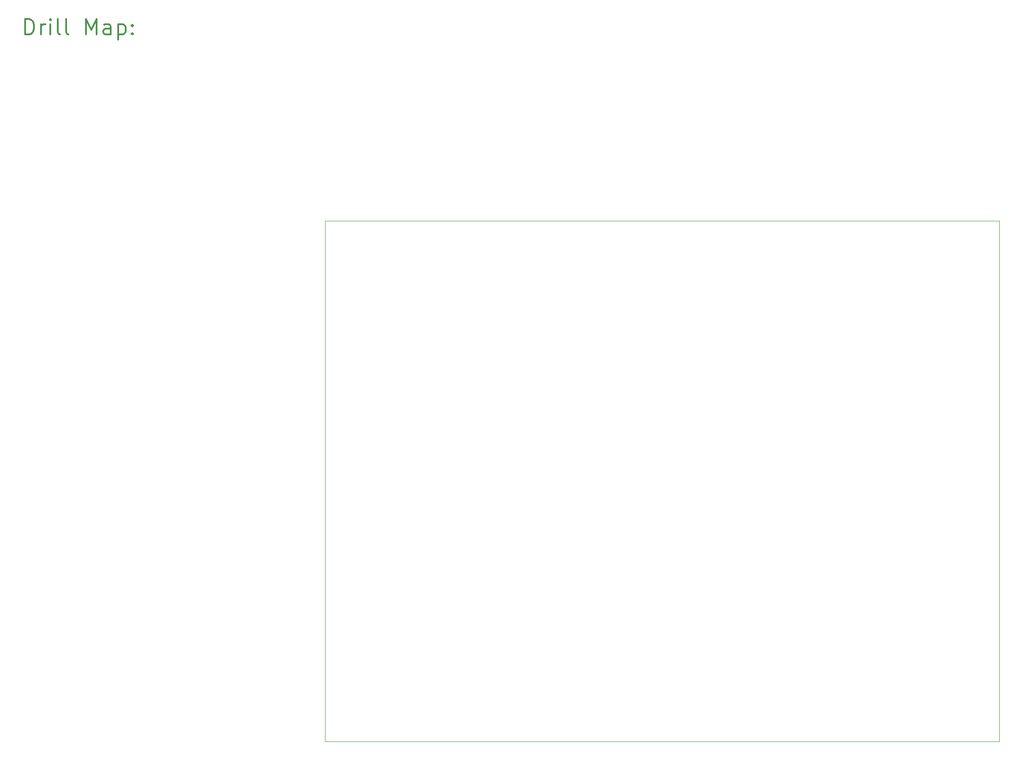
<source format=gbr>
%FSLAX45Y45*%
G04 Gerber Fmt 4.5, Leading zero omitted, Abs format (unit mm)*
G04 Created by KiCad (PCBNEW (5.1.12-1-10_14)) date 2023-02-10 09:12:02*
%MOMM*%
%LPD*%
G01*
G04 APERTURE LIST*
%TA.AperFunction,Profile*%
%ADD10C,0.100000*%
%TD*%
%ADD11C,0.200000*%
%ADD12C,0.300000*%
G04 APERTURE END LIST*
D10*
X18990800Y-4046400D02*
X18990800Y-14046400D01*
X6040800Y-4046400D02*
X18990800Y-4046400D01*
X6040800Y-14046400D02*
X6040800Y-4046400D01*
X18990800Y-14046400D02*
X6040800Y-14046400D01*
D11*
D12*
X286429Y-465714D02*
X286429Y-165714D01*
X357857Y-165714D01*
X400714Y-180000D01*
X429286Y-208571D01*
X443571Y-237143D01*
X457857Y-294286D01*
X457857Y-337143D01*
X443571Y-394286D01*
X429286Y-422857D01*
X400714Y-451428D01*
X357857Y-465714D01*
X286429Y-465714D01*
X586429Y-465714D02*
X586429Y-265714D01*
X586429Y-322857D02*
X600714Y-294286D01*
X615000Y-280000D01*
X643571Y-265714D01*
X672143Y-265714D01*
X772143Y-465714D02*
X772143Y-265714D01*
X772143Y-165714D02*
X757857Y-180000D01*
X772143Y-194286D01*
X786428Y-180000D01*
X772143Y-165714D01*
X772143Y-194286D01*
X957857Y-465714D02*
X929286Y-451428D01*
X915000Y-422857D01*
X915000Y-165714D01*
X1115000Y-465714D02*
X1086429Y-451428D01*
X1072143Y-422857D01*
X1072143Y-165714D01*
X1457857Y-465714D02*
X1457857Y-165714D01*
X1557857Y-380000D01*
X1657857Y-165714D01*
X1657857Y-465714D01*
X1929286Y-465714D02*
X1929286Y-308571D01*
X1915000Y-280000D01*
X1886428Y-265714D01*
X1829286Y-265714D01*
X1800714Y-280000D01*
X1929286Y-451428D02*
X1900714Y-465714D01*
X1829286Y-465714D01*
X1800714Y-451428D01*
X1786428Y-422857D01*
X1786428Y-394286D01*
X1800714Y-365714D01*
X1829286Y-351428D01*
X1900714Y-351428D01*
X1929286Y-337143D01*
X2072143Y-265714D02*
X2072143Y-565714D01*
X2072143Y-280000D02*
X2100714Y-265714D01*
X2157857Y-265714D01*
X2186429Y-280000D01*
X2200714Y-294286D01*
X2215000Y-322857D01*
X2215000Y-408571D01*
X2200714Y-437143D01*
X2186429Y-451428D01*
X2157857Y-465714D01*
X2100714Y-465714D01*
X2072143Y-451428D01*
X2343571Y-437143D02*
X2357857Y-451428D01*
X2343571Y-465714D01*
X2329286Y-451428D01*
X2343571Y-437143D01*
X2343571Y-465714D01*
X2343571Y-280000D02*
X2357857Y-294286D01*
X2343571Y-308571D01*
X2329286Y-294286D01*
X2343571Y-280000D01*
X2343571Y-308571D01*
M02*

</source>
